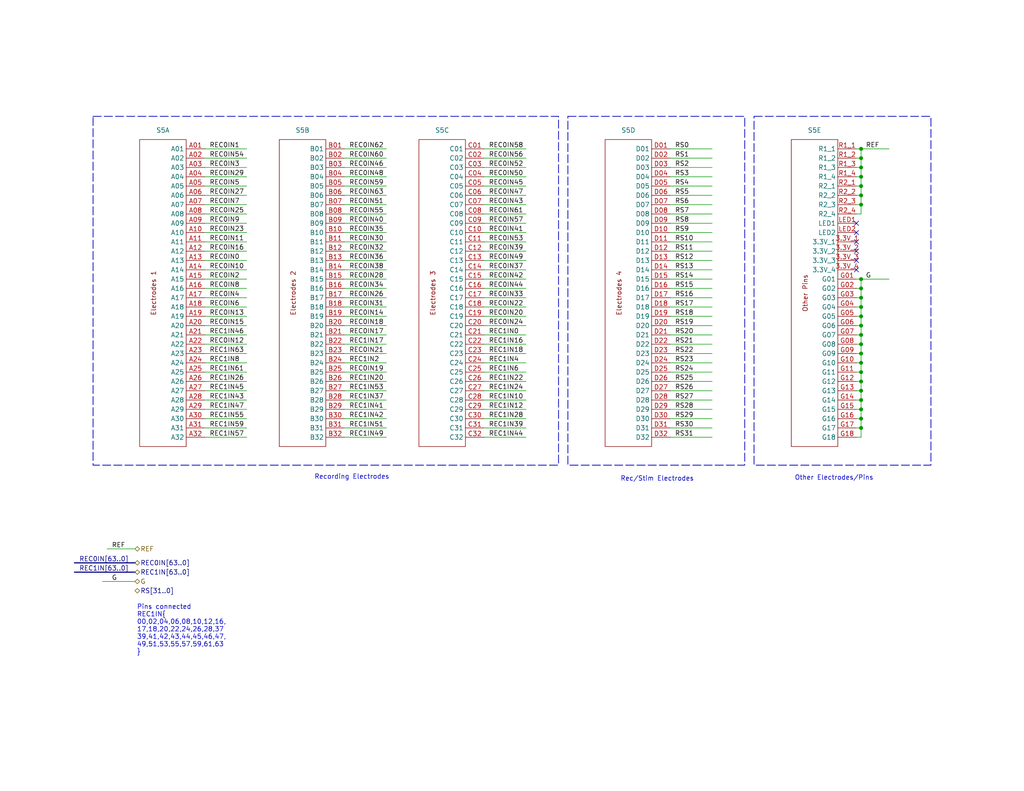
<source format=kicad_sch>
(kicad_sch (version 20231120) (generator "eeschema") (generator_version "8.0")
  (paper "USLetter")
  (title_block (title "HS-128S") (date "2024-04-12") (rev "1.0.0") (company "OpenIC"))
  (lib_symbols
    (symbol "openic:SAMTEC_SEAM8-20-S02.0-X-08-3_Cereplex"
      (property "Reference" "J" (at -5.08 43.18 0))
      (symbol "SAMTEC_SEAM8-20-S02.0-X-08-3_Cereplex_0_1"
        (rectangle (start -6.35 41.91) (end 6.35 -41.91))
      )
      (symbol "SAMTEC_SEAM8-20-S02.0-X-08-3_Cereplex_1_1"
        (text "Electrodes 1" (at -2.54 0 900) (effects (font (size 1.27 1.27))))
        (pin passive line (at 11.43 39.37 180) (length 5.08) (name "A01") (number "A01"))
        (pin passive line (at 11.43 36.83 180) (length 5.08) (name "A02") (number "A02"))
        (pin passive line (at 11.43 34.29 180) (length 5.08) (name "A03") (number "A03"))
        (pin passive line (at 11.43 31.75 180) (length 5.08) (name "A04") (number "A04"))
        (pin passive line (at 11.43 29.21 180) (length 5.08) (name "A05") (number "A05"))
        (pin passive line (at 11.43 26.67 180) (length 5.08) (name "A06") (number "A06"))
        (pin passive line (at 11.43 24.13 180) (length 5.08) (name "A07") (number "A07"))
        (pin passive line (at 11.43 21.59 180) (length 5.08) (name "A08") (number "A08"))
        (pin passive line (at 11.43 19.05 180) (length 5.08) (name "A09") (number "A09"))
        (pin passive line (at 11.43 16.51 180) (length 5.08) (name "A10") (number "A10"))
        (pin passive line (at 11.43 13.97 180) (length 5.08) (name "A11") (number "A11"))
        (pin passive line (at 11.43 11.43 180) (length 5.08) (name "A12") (number "A12"))
        (pin passive line (at 11.43 8.89 180) (length 5.08) (name "A13") (number "A13"))
        (pin passive line (at 11.43 6.35 180) (length 5.08) (name "A14") (number "A14"))
        (pin passive line (at 11.43 3.81 180) (length 5.08) (name "A15") (number "A15"))
        (pin passive line (at 11.43 1.27 180) (length 5.08) (name "A16") (number "A16"))
        (pin passive line (at 11.43 -1.27 180) (length 5.08) (name "A17") (number "A17"))
        (pin passive line (at 11.43 -3.81 180) (length 5.08) (name "A18") (number "A18"))
        (pin passive line (at 11.43 -6.35 180) (length 5.08) (name "A19") (number "A19"))
        (pin passive line (at 11.43 -8.89 180) (length 5.08) (name "A20") (number "A20"))
        (pin passive line (at 11.43 -11.43 180) (length 5.08) (name "A21") (number "A21"))
        (pin passive line (at 11.43 -13.97 180) (length 5.08) (name "A22") (number "A22"))
        (pin passive line (at 11.43 -16.51 180) (length 5.08) (name "A23") (number "A23"))
        (pin passive line (at 11.43 -19.05 180) (length 5.08) (name "A24") (number "A24"))
        (pin passive line (at 11.43 -21.59 180) (length 5.08) (name "A25") (number "A25"))
        (pin passive line (at 11.43 -24.13 180) (length 5.08) (name "A26") (number "A26"))
        (pin passive line (at 11.43 -26.67 180) (length 5.08) (name "A27") (number "A27"))
        (pin passive line (at 11.43 -29.21 180) (length 5.08) (name "A28") (number "A28"))
        (pin passive line (at 11.43 -31.75 180) (length 5.08) (name "A29") (number "A29"))
        (pin passive line (at 11.43 -34.29 180) (length 5.08) (name "A30") (number "A30"))
        (pin passive line (at 11.43 -36.83 180) (length 5.08) (name "A31") (number "A31"))
        (pin passive line (at 11.43 -39.37 180) (length 5.08) (name "A32") (number "A32"))
      )
      (symbol "SAMTEC_SEAM8-20-S02.0-X-08-3_Cereplex_2_1"
        (text "Electrodes 2" (at -2.54 0 900) (effects (font (size 1.27 1.27))))
        (pin passive line (at 11.43 39.37 180) (length 5.08) (name "B01") (number "B01"))
        (pin passive line (at 11.43 36.83 180) (length 5.08) (name "B02") (number "B02"))
        (pin passive line (at 11.43 34.29 180) (length 5.08) (name "B03") (number "B03"))
        (pin passive line (at 11.43 31.75 180) (length 5.08) (name "B04") (number "B04"))
        (pin passive line (at 11.43 29.21 180) (length 5.08) (name "B05") (number "B05"))
        (pin passive line (at 11.43 26.67 180) (length 5.08) (name "B06") (number "B06"))
        (pin passive line (at 11.43 24.13 180) (length 5.08) (name "B07") (number "B07"))
        (pin passive line (at 11.43 21.59 180) (length 5.08) (name "B08") (number "B08"))
        (pin passive line (at 11.43 19.05 180) (length 5.08) (name "B09") (number "B09"))
        (pin passive line (at 11.43 16.51 180) (length 5.08) (name "B10") (number "B10"))
        (pin passive line (at 11.43 13.97 180) (length 5.08) (name "B11") (number "B11"))
        (pin passive line (at 11.43 11.43 180) (length 5.08) (name "B12") (number "B12"))
        (pin passive line (at 11.43 8.89 180) (length 5.08) (name "B13") (number "B13"))
        (pin passive line (at 11.43 6.35 180) (length 5.08) (name "B14") (number "B14"))
        (pin passive line (at 11.43 3.81 180) (length 5.08) (name "B15") (number "B15"))
        (pin passive line (at 11.43 1.27 180) (length 5.08) (name "B16") (number "B16"))
        (pin passive line (at 11.43 -1.27 180) (length 5.08) (name "B17") (number "B17"))
        (pin passive line (at 11.43 -3.81 180) (length 5.08) (name "B18") (number "B18"))
        (pin passive line (at 11.43 -6.35 180) (length 5.08) (name "B19") (number "B19"))
        (pin passive line (at 11.43 -8.89 180) (length 5.08) (name "B20") (number "B20"))
        (pin passive line (at 11.43 -11.43 180) (length 5.08) (name "B21") (number "B21"))
        (pin passive line (at 11.43 -13.97 180) (length 5.08) (name "B22") (number "B22"))
        (pin passive line (at 11.43 -16.51 180) (length 5.08) (name "B23") (number "B23"))
        (pin passive line (at 11.43 -19.05 180) (length 5.08) (name "B24") (number "B24"))
        (pin passive line (at 11.43 -21.59 180) (length 5.08) (name "B25") (number "B25"))
        (pin passive line (at 11.43 -24.13 180) (length 5.08) (name "B26") (number "B26"))
        (pin passive line (at 11.43 -26.67 180) (length 5.08) (name "B27") (number "B27"))
        (pin passive line (at 11.43 -29.21 180) (length 5.08) (name "B28") (number "B28"))
        (pin passive line (at 11.43 -31.75 180) (length 5.08) (name "B29") (number "B29"))
        (pin passive line (at 11.43 -34.29 180) (length 5.08) (name "B30") (number "B30"))
        (pin passive line (at 11.43 -36.83 180) (length 5.08) (name "B31") (number "B31"))
        (pin passive line (at 11.43 -39.37 180) (length 5.08) (name "B32") (number "B32"))
      )
      (symbol "SAMTEC_SEAM8-20-S02.0-X-08-3_Cereplex_3_1"
        (text "Electrodes 3" (at -2.54 0 900) (effects (font (size 1.27 1.27))))
        (pin passive line (at 11.43 39.37 180) (length 5.08) (name "C01") (number "C01"))
        (pin passive line (at 11.43 36.83 180) (length 5.08) (name "C02") (number "C02"))
        (pin passive line (at 11.43 34.29 180) (length 5.08) (name "C03") (number "C03"))
        (pin passive line (at 11.43 31.75 180) (length 5.08) (name "C04") (number "C04"))
        (pin passive line (at 11.43 29.21 180) (length 5.08) (name "C05") (number "C05"))
        (pin passive line (at 11.43 26.67 180) (length 5.08) (name "C06") (number "C06"))
        (pin passive line (at 11.43 24.13 180) (length 5.08) (name "C07") (number "C07"))
        (pin passive line (at 11.43 21.59 180) (length 5.08) (name "C08") (number "C08"))
        (pin passive line (at 11.43 19.05 180) (length 5.08) (name "C09") (number "C09"))
        (pin passive line (at 11.43 16.51 180) (length 5.08) (name "C10") (number "C10"))
        (pin passive line (at 11.43 13.97 180) (length 5.08) (name "C11") (number "C11"))
        (pin passive line (at 11.43 11.43 180) (length 5.08) (name "C12") (number "C12"))
        (pin passive line (at 11.43 8.89 180) (length 5.08) (name "C13") (number "C13"))
        (pin passive line (at 11.43 6.35 180) (length 5.08) (name "C14") (number "C14"))
        (pin passive line (at 11.43 3.81 180) (length 5.08) (name "C15") (number "C15"))
        (pin passive line (at 11.43 1.27 180) (length 5.08) (name "C16") (number "C16"))
        (pin passive line (at 11.43 -1.27 180) (length 5.08) (name "C17") (number "C17"))
        (pin passive line (at 11.43 -3.81 180) (length 5.08) (name "C18") (number "C18"))
        (pin passive line (at 11.43 -6.35 180) (length 5.08) (name "C19") (number "C19"))
        (pin passive line (at 11.43 -8.89 180) (length 5.08) (name "C20") (number "C20"))
        (pin passive line (at 11.43 -11.43 180) (length 5.08) (name "C21") (number "C21"))
        (pin passive line (at 11.43 -13.97 180) (length 5.08) (name "C22") (number "C22"))
        (pin passive line (at 11.43 -16.51 180) (length 5.08) (name "C23") (number "C23"))
        (pin passive line (at 11.43 -19.05 180) (length 5.08) (name "C24") (number "C24"))
        (pin passive line (at 11.43 -21.59 180) (length 5.08) (name "C25") (number "C25"))
        (pin passive line (at 11.43 -24.13 180) (length 5.08) (name "C26") (number "C26"))
        (pin passive line (at 11.43 -26.67 180) (length 5.08) (name "C27") (number "C27"))
        (pin passive line (at 11.43 -29.21 180) (length 5.08) (name "C28") (number "C28"))
        (pin passive line (at 11.43 -31.75 180) (length 5.08) (name "C29") (number "C29"))
        (pin passive line (at 11.43 -34.29 180) (length 5.08) (name "C30") (number "C30"))
        (pin passive line (at 11.43 -36.83 180) (length 5.08) (name "C31") (number "C31"))
        (pin passive line (at 11.43 -39.37 180) (length 5.08) (name "C32") (number "C32"))
      )
      (symbol "SAMTEC_SEAM8-20-S02.0-X-08-3_Cereplex_4_1"
        (text "Electrodes 4" (at -2.54 0 900) (effects (font (size 1.27 1.27))))
        (pin passive line (at 11.43 39.37 180) (length 5.08) (name "D01") (number "D01"))
        (pin passive line (at 11.43 36.83 180) (length 5.08) (name "D02") (number "D02"))
        (pin passive line (at 11.43 34.29 180) (length 5.08) (name "D03") (number "D03"))
        (pin passive line (at 11.43 31.75 180) (length 5.08) (name "D04") (number "D04"))
        (pin passive line (at 11.43 29.21 180) (length 5.08) (name "D05") (number "D05"))
        (pin passive line (at 11.43 26.67 180) (length 5.08) (name "D06") (number "D06"))
        (pin passive line (at 11.43 24.13 180) (length 5.08) (name "D07") (number "D07"))
        (pin passive line (at 11.43 21.59 180) (length 5.08) (name "D08") (number "D08"))
        (pin passive line (at 11.43 19.05 180) (length 5.08) (name "D09") (number "D09"))
        (pin passive line (at 11.43 16.51 180) (length 5.08) (name "D10") (number "D10"))
        (pin passive line (at 11.43 13.97 180) (length 5.08) (name "D11") (number "D11"))
        (pin passive line (at 11.43 11.43 180) (length 5.08) (name "D12") (number "D12"))
        (pin passive line (at 11.43 8.89 180) (length 5.08) (name "D13") (number "D13"))
        (pin passive line (at 11.43 6.35 180) (length 5.08) (name "D14") (number "D14"))
        (pin passive line (at 11.43 3.81 180) (length 5.08) (name "D15") (number "D15"))
        (pin passive line (at 11.43 1.27 180) (length 5.08) (name "D16") (number "D16"))
        (pin passive line (at 11.43 -1.27 180) (length 5.08) (name "D17") (number "D17"))
        (pin passive line (at 11.43 -3.81 180) (length 5.08) (name "D18") (number "D18"))
        (pin passive line (at 11.43 -6.35 180) (length 5.08) (name "D19") (number "D19"))
        (pin passive line (at 11.43 -8.89 180) (length 5.08) (name "D20") (number "D20"))
        (pin passive line (at 11.43 -11.43 180) (length 5.08) (name "D21") (number "D21"))
        (pin passive line (at 11.43 -13.97 180) (length 5.08) (name "D22") (number "D22"))
        (pin passive line (at 11.43 -16.51 180) (length 5.08) (name "D23") (number "D23"))
        (pin passive line (at 11.43 -19.05 180) (length 5.08) (name "D24") (number "D24"))
        (pin passive line (at 11.43 -21.59 180) (length 5.08) (name "D25") (number "D25"))
        (pin passive line (at 11.43 -24.13 180) (length 5.08) (name "D26") (number "D26"))
        (pin passive line (at 11.43 -26.67 180) (length 5.08) (name "D27") (number "D27"))
        (pin passive line (at 11.43 -29.21 180) (length 5.08) (name "D28") (number "D28"))
        (pin passive line (at 11.43 -31.75 180) (length 5.08) (name "D29") (number "D29"))
        (pin passive line (at 11.43 -34.29 180) (length 5.08) (name "D30") (number "D30"))
        (pin passive line (at 11.43 -36.83 180) (length 5.08) (name "D31") (number "D31"))
        (pin passive line (at 11.43 -39.37 180) (length 5.08) (name "D32") (number "D32"))
      )
      (symbol "SAMTEC_SEAM8-20-S02.0-X-08-3_Cereplex_5_1"
        (text "Other Pins" (at -2.54 0 900) (effects (font (size 1.27 1.27))))
        (pin passive line (at 11.43 13.97 180) (length 5.08) (name "3.3V_1") (number "3.3V_1"))
        (pin passive line (at 11.43 11.43 180) (length 5.08) (name "3.3V_2") (number "3.3V_2"))
        (pin passive line (at 11.43 8.89 180) (length 5.08) (name "3.3V_3") (number "3.3V_3"))
        (pin passive line (at 11.43 6.35 180) (length 5.08) (name "3.3V_4") (number "3.3V_4"))
        (pin passive line (at 11.43 3.81 180) (length 5.08) (name "G01") (number "G01"))
        (pin passive line (at 11.43 1.27 180) (length 5.08) (name "G02") (number "G02"))
        (pin passive line (at 11.43 -1.27 180) (length 5.08) (name "G03") (number "G03"))
        (pin passive line (at 11.43 -3.81 180) (length 5.08) (name "G04") (number "G04"))
        (pin passive line (at 11.43 -6.35 180) (length 5.08) (name "G05") (number "G05"))
        (pin passive line (at 11.43 -8.89 180) (length 5.08) (name "G06") (number "G06"))
        (pin passive line (at 11.43 -11.43 180) (length 5.08) (name "G07") (number "G07"))
        (pin passive line (at 11.43 -13.97 180) (length 5.08) (name "G08") (number "G08"))
        (pin passive line (at 11.43 -16.51 180) (length 5.08) (name "G09") (number "G09"))
        (pin passive line (at 11.43 -19.05 180) (length 5.08) (name "G10") (number "G10"))
        (pin passive line (at 11.43 -21.59 180) (length 5.08) (name "G11") (number "G11"))
        (pin passive line (at 11.43 -24.13 180) (length 5.08) (name "G12") (number "G12"))
        (pin passive line (at 11.43 -26.67 180) (length 5.08) (name "G13") (number "G13"))
        (pin passive line (at 11.43 -29.21 180) (length 5.08) (name "G14") (number "G14"))
        (pin passive line (at 11.43 -31.75 180) (length 5.08) (name "G15") (number "G15"))
        (pin passive line (at 11.43 -34.29 180) (length 5.08) (name "G16") (number "G16"))
        (pin passive line (at 11.43 -36.83 180) (length 5.08) (name "G17") (number "G17"))
        (pin passive line (at 11.43 -39.37 180) (length 5.08) (name "G18") (number "G18"))
        (pin passive line (at 11.43 19.05 180) (length 5.08) (name "LED1") (number "LED1"))
        (pin passive line (at 11.43 16.51 180) (length 5.08) (name "LED2") (number "LED2"))
        (pin passive line (at 11.43 39.37 180) (length 5.08) (name "R1_1") (number "R1_1"))
        (pin passive line (at 11.43 36.83 180) (length 5.08) (name "R1_2") (number "R1_2"))
        (pin passive line (at 11.43 34.29 180) (length 5.08) (name "R1_3") (number "R1_3"))
        (pin passive line (at 11.43 31.75 180) (length 5.08) (name "R1_4") (number "R1_4"))
        (pin passive line (at 11.43 29.21 180) (length 5.08) (name "R2_1") (number "R2_1"))
        (pin passive line (at 11.43 26.67 180) (length 5.08) (name "R2_2") (number "R2_2"))
        (pin passive line (at 11.43 24.13 180) (length 5.08) (name "R2_3") (number "R2_3"))
        (pin passive line (at 11.43 21.59 180) (length 5.08) (name "R2_4") (number "R2_4"))
      )
    )
  )
  (junction (at 234.95 78.74))
  (junction (at 234.95 111.76))
  (junction (at 234.95 81.28))
  (junction (at 234.95 43.18))
  (junction (at 234.95 116.84))
  (junction (at 234.95 40.64))
  (junction (at 234.95 88.9))
  (junction (at 234.95 109.22))
  (junction (at 234.95 104.14))
  (junction (at 234.95 96.52))
  (junction (at 234.95 114.3))
  (junction (at 234.95 53.34))
  (junction (at 234.95 93.98))
  (junction (at 234.95 99.06))
  (junction (at 234.95 48.26))
  (junction (at 234.95 106.68))
  (junction (at 234.95 91.44))
  (junction (at 234.95 76.2))
  (junction (at 234.95 50.8))
  (junction (at 234.95 45.72))
  (junction (at 234.95 101.6))
  (junction (at 234.95 55.88))
  (junction (at 234.95 83.82))
  (junction (at 234.95 86.36))
  (no_connect (at 233.68 71.12))
  (no_connect (at 233.68 66.04))
  (no_connect (at 233.68 68.58))
  (no_connect (at 233.68 73.66))
  (no_connect (at 233.68 60.96))
  (no_connect (at 233.68 63.5))
  (wire (pts (xy 55.88 101.6) (xy 67.31 101.6)))
  (wire (pts (xy 132.08 71.12) (xy 143.51 71.12)))
  (wire (pts (xy 132.08 88.9) (xy 143.51 88.9)))
  (wire (pts (xy 182.88 45.72) (xy 194.31 45.72)))
  (wire (pts (xy 132.08 104.14) (xy 143.51 104.14)))
  (wire (pts (xy 182.88 106.68) (xy 194.31 106.68)))
  (wire (pts (xy 233.68 55.88) (xy 234.95 55.88)))
  (wire (pts (xy 55.88 111.76) (xy 67.31 111.76)))
  (wire (pts (xy 55.88 68.58) (xy 67.31 68.58)))
  (wire (pts (xy 55.88 83.82) (xy 67.31 83.82)))
  (wire (pts (xy 182.88 91.44) (xy 194.31 91.44)))
  (wire (pts (xy 182.88 104.14) (xy 194.31 104.14)))
  (wire (pts (xy 132.08 63.5) (xy 143.51 63.5)))
  (wire (pts (xy 233.68 53.34) (xy 234.95 53.34)))
  (wire (pts (xy 55.88 73.66) (xy 67.31 73.66)))
  (wire (pts (xy 55.88 96.52) (xy 67.31 96.52)))
  (wire (pts (xy 93.98 116.84) (xy 105.41 116.84)))
  (wire (pts (xy 233.68 40.64) (xy 234.95 40.64)))
  (wire (pts (xy 132.08 58.42) (xy 143.51 58.42)))
  (wire (pts (xy 93.98 81.28) (xy 105.41 81.28)))
  (wire (pts (xy 55.88 81.28) (xy 67.31 81.28)))
  (wire (pts (xy 182.88 109.22) (xy 194.31 109.22)))
  (wire (pts (xy 234.95 86.36) (xy 234.95 88.9)))
  (wire (pts (xy 233.68 99.06) (xy 234.95 99.06)))
  (wire (pts (xy 234.95 78.74) (xy 234.95 81.28)))
  (wire (pts (xy 132.08 43.18) (xy 143.51 43.18)))
  (wire (pts (xy 93.98 40.64) (xy 105.41 40.64)))
  (wire (pts (xy 93.98 111.76) (xy 105.41 111.76)))
  (wire (pts (xy 234.95 114.3) (xy 234.95 116.84)))
  (wire (pts (xy 182.88 88.9) (xy 194.31 88.9)))
  (wire (pts (xy 132.08 111.76) (xy 143.51 111.76)))
  (wire (pts (xy 233.68 88.9) (xy 234.95 88.9)))
  (wire (pts (xy 55.88 104.14) (xy 67.31 104.14)))
  (wire (pts (xy 234.95 104.14) (xy 234.95 106.68)))
  (wire (pts (xy 182.88 119.38) (xy 194.31 119.38)))
  (wire (pts (xy 132.08 76.2) (xy 143.51 76.2)))
  (wire (pts (xy 234.95 81.28) (xy 234.95 83.82)))
  (wire (pts (xy 233.68 78.74) (xy 234.95 78.74)))
  (wire (pts (xy 233.68 86.36) (xy 234.95 86.36)))
  (wire (pts (xy 93.98 53.34) (xy 105.41 53.34)))
  (wire (pts (xy 55.88 63.5) (xy 67.31 63.5)))
  (wire (pts (xy 55.88 50.8) (xy 67.31 50.8)))
  (wire (pts (xy 182.88 55.88) (xy 194.31 55.88)))
  (wire (pts (xy 132.08 114.3) (xy 143.51 114.3)))
  (wire (pts (xy 93.98 119.38) (xy 105.41 119.38)))
  (wire (pts (xy 55.88 71.12) (xy 67.31 71.12)))
  (wire (pts (xy 233.68 48.26) (xy 234.95 48.26)))
  (wire (pts (xy 182.88 63.5) (xy 194.31 63.5)))
  (wire (pts (xy 55.88 91.44) (xy 67.31 91.44)))
  (wire (pts (xy 93.98 66.04) (xy 105.41 66.04)))
  (wire (pts (xy 233.68 83.82) (xy 234.95 83.82)))
  (wire (pts (xy 55.88 99.06) (xy 67.31 99.06)))
  (wire (pts (xy 132.08 78.74) (xy 143.51 78.74)))
  (wire (pts (xy 182.88 116.84) (xy 194.31 116.84)))
  (wire (pts (xy 132.08 73.66) (xy 143.51 73.66)))
  (wire (pts (xy 55.88 78.74) (xy 67.31 78.74)))
  (wire (pts (xy 93.98 83.82) (xy 105.41 83.82)))
  (wire (pts (xy 234.95 48.26) (xy 234.95 50.8)))
  (wire (pts (xy 29.21 149.86) (xy 36.83 149.86)))
  (wire (pts (xy 93.98 99.06) (xy 105.41 99.06)))
  (wire (pts (xy 233.68 114.3) (xy 234.95 114.3)))
  (wire (pts (xy 234.95 116.84) (xy 234.95 119.38)))
  (wire (pts (xy 233.68 45.72) (xy 234.95 45.72)))
  (wire (pts (xy 234.95 88.9) (xy 234.95 91.44)))
  (wire (pts (xy 233.68 96.52) (xy 234.95 96.52)))
  (wire (pts (xy 27.94 158.75) (xy 36.83 158.75)))
  (wire (pts (xy 182.88 60.96) (xy 194.31 60.96)))
  (wire (pts (xy 55.88 53.34) (xy 67.31 53.34)))
  (wire (pts (xy 182.88 53.34) (xy 194.31 53.34)))
  (wire (pts (xy 132.08 91.44) (xy 143.51 91.44)))
  (wire (pts (xy 233.68 104.14) (xy 234.95 104.14)))
  (wire (pts (xy 234.95 111.76) (xy 234.95 114.3)))
  (wire (pts (xy 132.08 48.26) (xy 143.51 48.26)))
  (wire (pts (xy 233.68 93.98) (xy 234.95 93.98)))
  (wire (pts (xy 93.98 71.12) (xy 105.41 71.12)))
  (wire (pts (xy 132.08 40.64) (xy 143.51 40.64)))
  (wire (pts (xy 132.08 68.58) (xy 143.51 68.58)))
  (wire (pts (xy 182.88 68.58) (xy 194.31 68.58)))
  (wire (pts (xy 55.88 45.72) (xy 67.31 45.72)))
  (wire (pts (xy 182.88 40.64) (xy 194.31 40.64)))
  (wire (pts (xy 182.88 99.06) (xy 194.31 99.06)))
  (wire (pts (xy 55.88 109.22) (xy 67.31 109.22)))
  (wire (pts (xy 234.95 43.18) (xy 234.95 45.72)))
  (wire (pts (xy 234.95 55.88) (xy 234.95 58.42)))
  (wire (pts (xy 55.88 119.38) (xy 67.31 119.38)))
  (wire (pts (xy 233.68 111.76) (xy 234.95 111.76)))
  (wire (pts (xy 234.95 45.72) (xy 234.95 48.26)))
  (bus (pts (xy 20.32 153.67) (xy 36.83 153.67)))
  (wire (pts (xy 132.08 106.68) (xy 143.51 106.68)))
  (wire (pts (xy 132.08 45.72) (xy 143.51 45.72)))
  (wire (pts (xy 234.95 78.74) (xy 234.95 76.2)))
  (wire (pts (xy 234.95 109.22) (xy 234.95 111.76)))
  (wire (pts (xy 132.08 109.22) (xy 143.51 109.22)))
  (wire (pts (xy 132.08 116.84) (xy 143.51 116.84)))
  (wire (pts (xy 182.88 114.3) (xy 194.31 114.3)))
  (wire (pts (xy 93.98 91.44) (xy 105.41 91.44)))
  (wire (pts (xy 182.88 73.66) (xy 194.31 73.66)))
  (wire (pts (xy 234.95 76.2) (xy 242.57 76.2)))
  (wire (pts (xy 132.08 81.28) (xy 143.51 81.28)))
  (wire (pts (xy 182.88 78.74) (xy 194.31 78.74)))
  (wire (pts (xy 132.08 93.98) (xy 143.51 93.98)))
  (wire (pts (xy 93.98 73.66) (xy 105.41 73.66)))
  (wire (pts (xy 93.98 76.2) (xy 105.41 76.2)))
  (wire (pts (xy 93.98 43.18) (xy 105.41 43.18)))
  (wire (pts (xy 132.08 96.52) (xy 143.51 96.52)))
  (wire (pts (xy 93.98 48.26) (xy 105.41 48.26)))
  (wire (pts (xy 132.08 50.8) (xy 143.51 50.8)))
  (wire (pts (xy 233.68 43.18) (xy 234.95 43.18)))
  (wire (pts (xy 93.98 50.8) (xy 105.41 50.8)))
  (wire (pts (xy 55.88 48.26) (xy 67.31 48.26)))
  (wire (pts (xy 132.08 86.36) (xy 143.51 86.36)))
  (wire (pts (xy 93.98 68.58) (xy 105.41 68.58)))
  (wire (pts (xy 182.88 76.2) (xy 194.31 76.2)))
  (wire (pts (xy 182.88 83.82) (xy 194.31 83.82)))
  (wire (pts (xy 182.88 86.36) (xy 194.31 86.36)))
  (wire (pts (xy 55.88 88.9) (xy 67.31 88.9)))
  (wire (pts (xy 132.08 101.6) (xy 143.51 101.6)))
  (wire (pts (xy 234.95 58.42) (xy 233.68 58.42)))
  (wire (pts (xy 93.98 114.3) (xy 105.41 114.3)))
  (wire (pts (xy 55.88 43.18) (xy 67.31 43.18)))
  (wire (pts (xy 93.98 101.6) (xy 105.41 101.6)))
  (wire (pts (xy 55.88 40.64) (xy 67.31 40.64)))
  (wire (pts (xy 233.68 109.22) (xy 234.95 109.22)))
  (wire (pts (xy 234.95 50.8) (xy 234.95 53.34)))
  (wire (pts (xy 93.98 45.72) (xy 105.41 45.72)))
  (wire (pts (xy 233.68 119.38) (xy 234.95 119.38)))
  (wire (pts (xy 234.95 106.68) (xy 234.95 109.22)))
  (wire (pts (xy 233.68 116.84) (xy 234.95 116.84)))
  (wire (pts (xy 55.88 55.88) (xy 67.31 55.88)))
  (wire (pts (xy 93.98 88.9) (xy 105.41 88.9)))
  (wire (pts (xy 182.88 81.28) (xy 194.31 81.28)))
  (wire (pts (xy 182.88 101.6) (xy 194.31 101.6)))
  (wire (pts (xy 93.98 58.42) (xy 105.41 58.42)))
  (wire (pts (xy 55.88 114.3) (xy 67.31 114.3)))
  (wire (pts (xy 234.95 101.6) (xy 234.95 104.14)))
  (wire (pts (xy 182.88 111.76) (xy 194.31 111.76)))
  (bus (pts (xy 20.32 156.21) (xy 36.83 156.21)))
  (wire (pts (xy 233.68 76.2) (xy 234.95 76.2)))
  (wire (pts (xy 182.88 58.42) (xy 194.31 58.42)))
  (wire (pts (xy 55.88 86.36) (xy 67.31 86.36)))
  (wire (pts (xy 93.98 109.22) (xy 105.41 109.22)))
  (wire (pts (xy 132.08 83.82) (xy 143.51 83.82)))
  (wire (pts (xy 93.98 104.14) (xy 105.41 104.14)))
  (wire (pts (xy 93.98 55.88) (xy 105.41 55.88)))
  (wire (pts (xy 234.95 93.98) (xy 234.95 96.52)))
  (wire (pts (xy 182.88 48.26) (xy 194.31 48.26)))
  (wire (pts (xy 93.98 60.96) (xy 105.41 60.96)))
  (wire (pts (xy 234.95 53.34) (xy 234.95 55.88)))
  (wire (pts (xy 233.68 50.8) (xy 234.95 50.8)))
  (wire (pts (xy 132.08 99.06) (xy 143.51 99.06)))
  (wire (pts (xy 233.68 81.28) (xy 234.95 81.28)))
  (wire (pts (xy 234.95 91.44) (xy 234.95 93.98)))
  (wire (pts (xy 55.88 93.98) (xy 67.31 93.98)))
  (wire (pts (xy 132.08 60.96) (xy 143.51 60.96)))
  (wire (pts (xy 182.88 43.18) (xy 194.31 43.18)))
  (wire (pts (xy 234.95 40.64) (xy 242.57 40.64)))
  (wire (pts (xy 233.68 106.68) (xy 234.95 106.68)))
  (wire (pts (xy 55.88 76.2) (xy 67.31 76.2)))
  (wire (pts (xy 55.88 106.68) (xy 67.31 106.68)))
  (wire (pts (xy 132.08 66.04) (xy 143.51 66.04)))
  (wire (pts (xy 93.98 63.5) (xy 105.41 63.5)))
  (wire (pts (xy 234.95 96.52) (xy 234.95 99.06)))
  (wire (pts (xy 132.08 53.34) (xy 143.51 53.34)))
  (wire (pts (xy 93.98 78.74) (xy 105.41 78.74)))
  (wire (pts (xy 182.88 50.8) (xy 194.31 50.8)))
  (wire (pts (xy 182.88 71.12) (xy 194.31 71.12)))
  (wire (pts (xy 182.88 66.04) (xy 194.31 66.04)))
  (wire (pts (xy 55.88 60.96) (xy 67.31 60.96)))
  (wire (pts (xy 234.95 99.06) (xy 234.95 101.6)))
  (wire (pts (xy 234.95 43.18) (xy 234.95 40.64)))
  (wire (pts (xy 233.68 101.6) (xy 234.95 101.6)))
  (wire (pts (xy 93.98 96.52) (xy 105.41 96.52)))
  (wire (pts (xy 182.88 93.98) (xy 194.31 93.98)))
  (wire (pts (xy 233.68 91.44) (xy 234.95 91.44)))
  (wire (pts (xy 55.88 66.04) (xy 67.31 66.04)))
  (wire (pts (xy 93.98 93.98) (xy 105.41 93.98)))
  (wire (pts (xy 55.88 116.84) (xy 67.31 116.84)))
  (wire (pts (xy 234.95 83.82) (xy 234.95 86.36)))
  (wire (pts (xy 132.08 55.88) (xy 143.51 55.88)))
  (wire (pts (xy 182.88 96.52) (xy 194.31 96.52)))
  (wire (pts (xy 93.98 86.36) (xy 105.41 86.36)))
  (wire (pts (xy 132.08 119.38) (xy 143.51 119.38)))
  (wire (pts (xy 55.88 58.42) (xy 67.31 58.42)))
  (wire (pts (xy 93.98 106.68) (xy 105.41 106.68)))
  (rectangle (start 205.74 31.75) (end 254 127) (stroke (width 0.2032) (type dash)))
  (rectangle (start 25.4 31.75) (end 152.4 127) (stroke (width 0.2032) (type dash)))
  (rectangle (start 154.94 31.75) (end 203.2 127) (stroke (width 0.2032) (type dash)))
  (text "Pins connected\nREC1IN{\n00,02,04,06,08,10,12,16,\n17,18,20,22,24,26,28,37\n39,41,42,43,44,45,46,47,\n49,51,53,55,57,59,61,63\n}" (at 37.338 171.958 0) (effects (font (size 1.27 1.27)) (justify left)))
  (text "Rec/Stim Electrodes" (at 179.324 130.81 0) (effects (font (size 1.27 1.27))))
  (text "Other Electrodes/Pins" (at 227.584 130.556 0) (effects (font (size 1.27 1.27))))
  (text "Recording Electrodes" (at 96.012 130.302 0) (effects (font (size 1.27 1.27))))
  (label "REC1IN37" (at 95.25 109.22 0))
  (label "REC1IN53" (at 95.25 106.68 0))
  (label "REC1IN4" (at 133.35 99.06 0))
  (label "RS1" (at 184.15 43.18 0))
  (label "REC0IN26" (at 95.25 81.28 0))
  (label "REC0IN13" (at 57.15 86.36 0))
  (label "RS11" (at 184.15 68.58 0))
  (label "REC1IN2" (at 95.25 99.06 0))
  (label "REF" (at 30.48 149.86 0))
  (label "REC1IN49" (at 95.25 119.38 0))
  (label "REC0IN11" (at 57.15 66.04 0))
  (label "REC0IN45" (at 133.35 50.8 0))
  (label "REC0IN46" (at 95.25 45.72 0))
  (label "REC0IN38" (at 95.25 73.66 0))
  (label "RS16" (at 184.15 81.28 0))
  (label "REC0IN40" (at 95.25 60.96 0))
  (label "REC0IN37" (at 133.35 73.66 0))
  (label "REC0IN53" (at 133.35 66.04 0))
  (label "REC0IN29" (at 57.15 48.26 0))
  (label "RS26" (at 184.15 106.68 0))
  (label "RS20" (at 184.15 91.44 0))
  (label "REC0IN8" (at 57.15 78.74 0))
  (label "REC0IN44" (at 133.35 78.74 0))
  (label "RS28" (at 184.15 111.76 0))
  (label "REC0IN60" (at 95.25 43.18 0))
  (label "REC0IN63" (at 95.25 53.34 0))
  (label "REC0IN61" (at 133.35 58.42 0))
  (label "REC0IN27" (at 57.15 53.34 0))
  (label "RS15" (at 184.15 78.74 0))
  (label "REC0IN25" (at 57.15 58.42 0))
  (label "RS27" (at 184.15 109.22 0))
  (label "REC0IN50" (at 133.35 48.26 0))
  (label "RS24" (at 184.15 101.6 0))
  (label "REC1IN43" (at 57.15 109.22 0))
  (label "G" (at 30.48 158.75 0))
  (label "REC0IN62" (at 95.25 40.64 0))
  (label "REC0IN59" (at 95.25 50.8 0))
  (label "REC0IN39" (at 133.35 68.58 0))
  (label "REC0IN47" (at 133.35 53.34 0))
  (label "REC0IN22" (at 133.35 83.82 0))
  (label "REC1IN26" (at 57.15 104.14 0))
  (label "RS9" (at 184.15 63.5 0))
  (label "RS0" (at 184.15 40.64 0))
  (label "RS12" (at 184.15 71.12 0))
  (label "REC0IN16" (at 57.15 68.58 0))
  (label "REC0IN17" (at 95.25 91.44 0))
  (label "REC0IN4" (at 57.15 81.28 0))
  (label "REC0IN31" (at 95.25 83.82 0))
  (label "REC0IN58" (at 133.35 40.64 0))
  (label "REC1IN45" (at 57.15 106.68 0))
  (label "REC1IN10" (at 133.35 109.22 0))
  (label "REC0IN0" (at 57.15 71.12 0))
  (label "RS8" (at 184.15 60.96 0))
  (label "REC1IN39" (at 133.35 116.84 0))
  (label "REC0IN10" (at 57.15 73.66 0))
  (label "REC0IN9" (at 57.15 60.96 0))
  (label "RS23" (at 184.15 99.06 0))
  (label "REC1IN0" (at 133.35 91.44 0))
  (label "REC1IN55" (at 57.15 114.3 0))
  (label "REC0IN56" (at 133.35 43.18 0))
  (label "RS31" (at 184.15 119.38 0))
  (label "RS19" (at 184.15 88.9 0))
  (label "REC0IN3" (at 57.15 45.72 0))
  (label "REC0IN[63..0]" (at 21.59 153.67 0))
  (label "REC0IN42" (at 133.35 76.2 0))
  (label "REC0IN14" (at 95.25 86.36 0))
  (label "REC1IN16" (at 133.35 93.98 0))
  (label "REC0IN51" (at 95.25 55.88 0))
  (label "REC1IN51" (at 95.25 116.84 0))
  (label "REC0IN35" (at 95.25 63.5 0))
  (label "REC0IN6" (at 57.15 83.82 0))
  (label "REC0IN7" (at 57.15 55.88 0))
  (label "RS18" (at 184.15 86.36 0))
  (label "REC0IN15" (at 57.15 88.9 0))
  (label "REC1IN17" (at 95.25 93.98 0))
  (label "REC0IN2" (at 57.15 76.2 0))
  (label "REC1IN44" (at 133.35 119.38 0))
  (label "REC1IN63" (at 57.15 96.52 0))
  (label "REC0IN24" (at 133.35 88.9 0))
  (label "REC1IN57" (at 57.15 119.38 0))
  (label "REC1IN41" (at 95.25 111.76 0))
  (label "RS21" (at 184.15 93.98 0))
  (label "REF" (at 236.22 40.64 0))
  (label "REC1IN46" (at 57.15 91.44 0))
  (label "REC1IN59" (at 57.15 116.84 0))
  (label "RS7" (at 184.15 58.42 0))
  (label "REC1IN6" (at 133.35 101.6 0))
  (label "G" (at 236.22 76.2 0))
  (label "REC1IN24" (at 133.35 106.68 0))
  (label "REC1IN61" (at 57.15 101.6 0))
  (label "RS29" (at 184.15 114.3 0))
  (label "RS22" (at 184.15 96.52 0))
  (label "REC0IN49" (at 133.35 71.12 0))
  (label "RS10" (at 184.15 66.04 0))
  (label "RS6" (at 184.15 55.88 0))
  (label "RS4" (at 184.15 50.8 0))
  (label "REC0IN21" (at 95.25 96.52 0))
  (label "REC1IN47" (at 57.15 111.76 0))
  (label "REC0IN52" (at 133.35 45.72 0))
  (label "RS14" (at 184.15 76.2 0))
  (label "REC1IN[63..0]" (at 21.59 156.21 0))
  (label "REC1IN42" (at 95.25 114.3 0))
  (label "REC0IN57" (at 133.35 60.96 0))
  (label "REC0IN30" (at 95.25 66.04 0))
  (label "REC1IN12" (at 133.35 111.76 0))
  (label "RS17" (at 184.15 83.82 0))
  (label "REC0IN55" (at 95.25 58.42 0))
  (label "REC0IN33" (at 133.35 81.28 0))
  (label "REC0IN20" (at 133.35 86.36 0))
  (label "REC0IN41" (at 133.35 63.5 0))
  (label "REC0IN5" (at 57.15 50.8 0))
  (label "REC0IN23" (at 57.15 63.5 0))
  (label "RS3" (at 184.15 48.26 0))
  (label "REC0IN28" (at 95.25 76.2 0))
  (label "REC0IN54" (at 57.15 43.18 0))
  (label "REC0IN43" (at 133.35 55.88 0))
  (label "RS5" (at 184.15 53.34 0))
  (label "REC0IN48" (at 95.25 48.26 0))
  (label "REC0IN34" (at 95.25 78.74 0))
  (label "REC0IN1" (at 57.15 40.64 0))
  (label "REC0IN32" (at 95.25 68.58 0))
  (label "REC0IN36" (at 95.25 71.12 0))
  (label "RS2" (at 184.15 45.72 0))
  (label "REC0IN18" (at 95.25 88.9 0))
  (label "RS25" (at 184.15 104.14 0))
  (label "RS13" (at 184.15 73.66 0))
  (label "REC0IN19" (at 95.25 101.6 0))
  (label "REC1IN18" (at 133.35 96.52 0))
  (label "REC1IN28" (at 133.35 114.3 0))
  (label "REC1IN22" (at 133.35 104.14 0))
  (label "REC1IN20" (at 95.25 104.14 0))
  (label "REC0IN12" (at 57.15 93.98 0))
  (label "RS30" (at 184.15 116.84 0))
  (label "REC1IN8" (at 57.15 99.06 0))
  (hierarchical_label "RS[31..0]" (shape bidirectional) (at 36.83 161.29 0))
  (hierarchical_label "REC1IN[63..0]" (shape bidirectional) (at 36.83 156.21 0))
  (hierarchical_label "REC0IN[63..0]" (shape bidirectional) (at 36.83 153.67 0))
  (hierarchical_label "REF" (shape bidirectional) (at 36.83 149.86 0))
  (hierarchical_label "G" (shape bidirectional) (at 36.83 158.75 0))
  (symbol (lib_id "openic:SAMTEC_SEAM8-20-S02.0-X-08-3_Cereplex") (at 171.45 80.01 0) (unit 4)
    (property "Reference" "S5" (at 171.45 35.56 0))
    (property "Footprint" "openic:SAMTEC_SEAM8-20-S02.0-X-08-3_Cereplex" (effects (hide yes)))
    (property "Description" "SAMTEC_SEAM8-20-S02.0-X-08-3_Cereplex" (effects (hide yes)))
    (property "MPN" "SEAM8-20-S02.0-S-08-3" (effects (hide yes)))
    (property "Manufacturer" "Samtec" (effects (hide yes)))
  )
  (symbol (lib_id "openic:SAMTEC_SEAM8-20-S02.0-X-08-3_Cereplex") (at 222.25 80.01 0) (unit 5)
    (property "Reference" "S5" (at 222.25 35.56 0))
    (property "Footprint" "openic:SAMTEC_SEAM8-20-S02.0-X-08-3_Cereplex" (effects (hide yes)))
    (property "Description" "SAMTEC_SEAM8-20-S02.0-X-08-3_Cereplex" (effects (hide yes)))
    (property "MPN" "SEAM8-20-S02.0-S-08-3" (effects (hide yes)))
    (property "Manufacturer" "Samtec" (effects (hide yes)))
  )
  (symbol (lib_id "openic:SAMTEC_SEAM8-20-S02.0-X-08-3_Cereplex") (at 120.65 80.01 0) (unit 3)
    (property "Reference" "S5" (at 120.65 35.56 0))
    (property "Footprint" "openic:SAMTEC_SEAM8-20-S02.0-X-08-3_Cereplex" (effects (hide yes)))
    (property "Description" "SAMTEC_SEAM8-20-S02.0-X-08-3_Cereplex" (effects (hide yes)))
    (property "MPN" "SEAM8-20-S02.0-S-08-3" (effects (hide yes)))
    (property "Manufacturer" "Samtec" (effects (hide yes)))
  )
  (symbol (lib_id "openic:SAMTEC_SEAM8-20-S02.0-X-08-3_Cereplex") (at 82.55 80.01 0) (unit 2)
    (property "Reference" "S5" (at 82.55 35.56 0))
    (property "Footprint" "openic:SAMTEC_SEAM8-20-S02.0-X-08-3_Cereplex" (effects (hide yes)))
    (property "Description" "SAMTEC_SEAM8-20-S02.0-X-08-3_Cereplex" (effects (hide yes)))
    (property "MPN" "SEAM8-20-S02.0-S-08-3" (effects (hide yes)))
    (property "Manufacturer" "Samtec" (effects (hide yes)))
  )
  (symbol (lib_id "openic:SAMTEC_SEAM8-20-S02.0-X-08-3_Cereplex") (at 44.45 80.01 0) (unit 1)
    (property "Reference" "S5" (at 44.45 35.56 0))
    (property "Footprint" "openic:SAMTEC_SEAM8-20-S02.0-X-08-3_Cereplex" (effects (hide yes)))
    (property "Description" "SAMTEC_SEAM8-20-S02.0-X-08-3_Cereplex" (effects (hide yes)))
    (property "MPN" "SEAM8-20-S02.0-S-08-3" (effects (hide yes)))
    (property "Manufacturer" "Samtec" (effects (hide yes)))
  )
)
</source>
